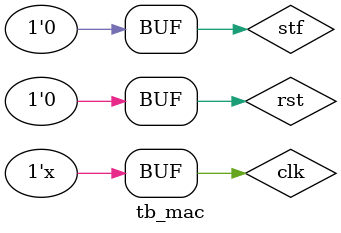
<source format=v>
`timescale 1 ns / 100 ps

module tb_mac ();
	reg rst, clk, stf, eof;
	reg [17:0] y;
	
	wire [35:0] a;
	wire [17:0] x;	 
	wire [5:0] i;
	
	
	top_mac             DUT_mac    (rst, clk, stf, x, a, 6'b000010, 6'b011100, eof, i, y);
	rom_a    #(.n(36))  DUT_rom_a  (i, a);
	rom_x	 #(.n(18))  DUT_rom_x  (i, x);
	
	always #5 clk=~clk;
	
	initial begin
	clk = 0;
	rst = 1;
	stf = 0;
	
	#20
	rst = 0;	
	
	#40
	stf = 1;
	
	#20
	stf = 0;
		
	end
	


	

endmodule

</source>
